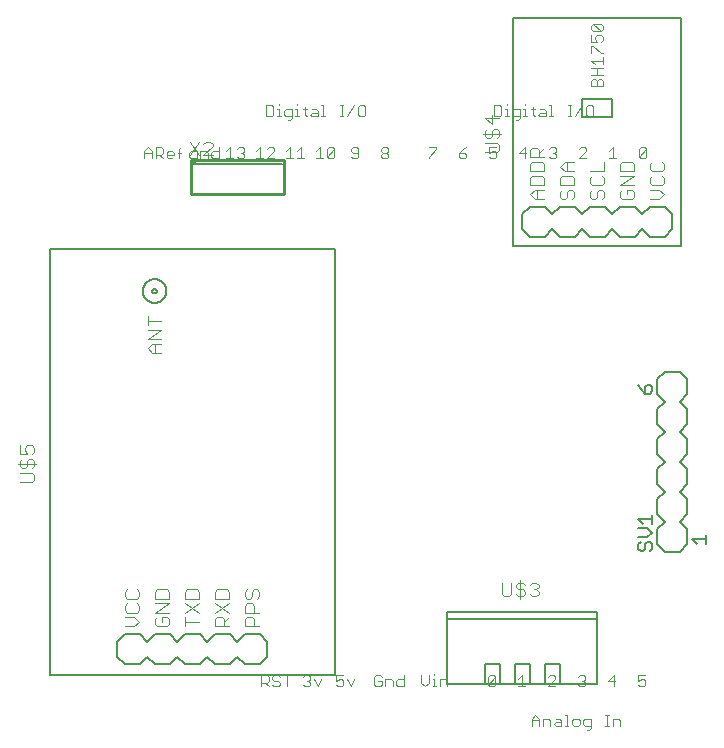
<source format=gbr>
G04 EAGLE Gerber X2 export*
%TF.Part,Single*%
%TF.FileFunction,Legend,Top,1*%
%TF.FilePolarity,Positive*%
%TF.GenerationSoftware,Autodesk,EAGLE,9.0.1*%
%TF.CreationDate,2019-03-28T19:52:48Z*%
G75*
%MOMM*%
%FSLAX34Y34*%
%LPD*%
%AMOC8*
5,1,8,0,0,1.08239X$1,22.5*%
G01*
%ADD10C,0.076200*%
%ADD11C,0.127000*%
%ADD12C,0.101600*%
%ADD13C,0.152400*%
%ADD14C,0.254000*%


D10*
X312700Y305181D02*
X312700Y314587D01*
X317403Y314587D01*
X318971Y313019D01*
X318971Y309884D01*
X317403Y308316D01*
X312700Y308316D01*
X315835Y308316D02*
X318971Y305181D01*
X328326Y313019D02*
X326758Y314587D01*
X323623Y314587D01*
X322055Y313019D01*
X322055Y311452D01*
X323623Y309884D01*
X326758Y309884D01*
X328326Y308316D01*
X328326Y306749D01*
X326758Y305181D01*
X323623Y305181D01*
X322055Y306749D01*
X334546Y305181D02*
X334546Y314587D01*
X337681Y314587D02*
X331410Y314587D01*
X347904Y313019D02*
X349472Y314587D01*
X352607Y314587D01*
X354175Y313019D01*
X354175Y311452D01*
X352607Y309884D01*
X351039Y309884D01*
X352607Y309884D02*
X354175Y308316D01*
X354175Y306749D01*
X352607Y305181D01*
X349472Y305181D01*
X347904Y306749D01*
X357259Y311452D02*
X360395Y305181D01*
X363530Y311452D01*
X375844Y314587D02*
X382115Y314587D01*
X375844Y314587D02*
X375844Y309884D01*
X378979Y311452D01*
X380547Y311452D01*
X382115Y309884D01*
X382115Y306749D01*
X380547Y305181D01*
X377412Y305181D01*
X375844Y306749D01*
X385199Y311452D02*
X388335Y305181D01*
X391470Y311452D01*
X412855Y314587D02*
X414423Y313019D01*
X412855Y314587D02*
X409720Y314587D01*
X408152Y313019D01*
X408152Y306749D01*
X409720Y305181D01*
X412855Y305181D01*
X414423Y306749D01*
X414423Y309884D01*
X411287Y309884D01*
X417507Y311452D02*
X417507Y305181D01*
X417507Y311452D02*
X422210Y311452D01*
X423778Y309884D01*
X423778Y305181D01*
X433133Y305181D02*
X433133Y314587D01*
X433133Y305181D02*
X428430Y305181D01*
X426862Y306749D01*
X426862Y309884D01*
X428430Y311452D01*
X433133Y311452D01*
X448234Y314587D02*
X448234Y308316D01*
X451369Y305181D01*
X454505Y308316D01*
X454505Y314587D01*
X457589Y311452D02*
X459157Y311452D01*
X459157Y305181D01*
X457589Y305181D02*
X460725Y305181D01*
X459157Y314587D02*
X459157Y316155D01*
X463826Y311452D02*
X463826Y305181D01*
X463826Y311452D02*
X468529Y311452D01*
X470097Y309884D01*
X470097Y305181D01*
X541502Y277975D02*
X541502Y271704D01*
X541502Y277975D02*
X544637Y281110D01*
X547773Y277975D01*
X547773Y271704D01*
X547773Y276407D02*
X541502Y276407D01*
X550857Y277975D02*
X550857Y271704D01*
X550857Y277975D02*
X555560Y277975D01*
X557128Y276407D01*
X557128Y271704D01*
X561780Y277975D02*
X564915Y277975D01*
X566483Y276407D01*
X566483Y271704D01*
X561780Y271704D01*
X560212Y273272D01*
X561780Y274839D01*
X566483Y274839D01*
X569568Y281110D02*
X571135Y281110D01*
X571135Y271704D01*
X569568Y271704D02*
X572703Y271704D01*
X577372Y271704D02*
X580507Y271704D01*
X582075Y273272D01*
X582075Y276407D01*
X580507Y277975D01*
X577372Y277975D01*
X575804Y276407D01*
X575804Y273272D01*
X577372Y271704D01*
X588295Y268569D02*
X589863Y268569D01*
X591430Y270136D01*
X591430Y277975D01*
X586727Y277975D01*
X585160Y276407D01*
X585160Y273272D01*
X586727Y271704D01*
X591430Y271704D01*
X603870Y271704D02*
X607005Y271704D01*
X605438Y271704D02*
X605438Y281110D01*
X607005Y281110D02*
X603870Y281110D01*
X610107Y277975D02*
X610107Y271704D01*
X610107Y277975D02*
X614810Y277975D01*
X616377Y276407D01*
X616377Y271704D01*
X504571Y306749D02*
X504571Y313019D01*
X506139Y314587D01*
X509274Y314587D01*
X510842Y313019D01*
X510842Y306749D01*
X509274Y305181D01*
X506139Y305181D01*
X504571Y306749D01*
X510842Y313019D01*
X529971Y311452D02*
X533106Y314587D01*
X533106Y305181D01*
X529971Y305181D02*
X536242Y305181D01*
X555371Y305181D02*
X561642Y305181D01*
X555371Y305181D02*
X561642Y311452D01*
X561642Y313019D01*
X560074Y314587D01*
X556939Y314587D01*
X555371Y313019D01*
X580771Y313019D02*
X582339Y314587D01*
X585474Y314587D01*
X587042Y313019D01*
X587042Y311452D01*
X585474Y309884D01*
X583906Y309884D01*
X585474Y309884D02*
X587042Y308316D01*
X587042Y306749D01*
X585474Y305181D01*
X582339Y305181D01*
X580771Y306749D01*
X610874Y305181D02*
X610874Y314587D01*
X606171Y309884D01*
X612442Y309884D01*
X631571Y314587D02*
X637842Y314587D01*
X631571Y314587D02*
X631571Y309884D01*
X634706Y311452D01*
X636274Y311452D01*
X637842Y309884D01*
X637842Y306749D01*
X636274Y305181D01*
X633139Y305181D01*
X631571Y306749D01*
X213729Y752221D02*
X213729Y758492D01*
X216864Y761627D01*
X219999Y758492D01*
X219999Y752221D01*
X219999Y756924D02*
X213729Y756924D01*
X223084Y752221D02*
X223084Y761627D01*
X227787Y761627D01*
X229355Y760059D01*
X229355Y756924D01*
X227787Y755356D01*
X223084Y755356D01*
X226219Y755356D02*
X229355Y752221D01*
X234007Y752221D02*
X237142Y752221D01*
X234007Y752221D02*
X232439Y753789D01*
X232439Y756924D01*
X234007Y758492D01*
X237142Y758492D01*
X238710Y756924D01*
X238710Y755356D01*
X232439Y755356D01*
X243362Y752221D02*
X243362Y760059D01*
X244930Y761627D01*
X244930Y756924D02*
X241794Y756924D01*
X254851Y749086D02*
X256418Y749086D01*
X257986Y750653D01*
X257986Y758492D01*
X253283Y758492D01*
X251715Y756924D01*
X251715Y753789D01*
X253283Y752221D01*
X257986Y752221D01*
X261071Y752221D02*
X261071Y758492D01*
X265774Y758492D01*
X267341Y756924D01*
X267341Y752221D01*
X276697Y752221D02*
X276697Y761627D01*
X276697Y752221D02*
X271993Y752221D01*
X270426Y753789D01*
X270426Y756924D01*
X271993Y758492D01*
X276697Y758492D01*
X282661Y758492D02*
X285796Y761627D01*
X285796Y752221D01*
X282661Y752221D02*
X288931Y752221D01*
X292016Y760059D02*
X293583Y761627D01*
X296719Y761627D01*
X298287Y760059D01*
X298287Y758492D01*
X296719Y756924D01*
X295151Y756924D01*
X296719Y756924D02*
X298287Y755356D01*
X298287Y753789D01*
X296719Y752221D01*
X293583Y752221D01*
X292016Y753789D01*
X308061Y758492D02*
X311196Y761627D01*
X311196Y752221D01*
X308061Y752221D02*
X314331Y752221D01*
X317416Y752221D02*
X323687Y752221D01*
X317416Y752221D02*
X323687Y758492D01*
X323687Y760059D01*
X322119Y761627D01*
X318983Y761627D01*
X317416Y760059D01*
X333461Y758492D02*
X336596Y761627D01*
X336596Y752221D01*
X333461Y752221D02*
X339731Y752221D01*
X342816Y758492D02*
X345951Y761627D01*
X345951Y752221D01*
X342816Y752221D02*
X349087Y752221D01*
X358861Y758492D02*
X361996Y761627D01*
X361996Y752221D01*
X358861Y752221D02*
X365131Y752221D01*
X368216Y753789D02*
X368216Y760059D01*
X369783Y761627D01*
X372919Y761627D01*
X374487Y760059D01*
X374487Y753789D01*
X372919Y752221D01*
X369783Y752221D01*
X368216Y753789D01*
X374487Y760059D01*
X388536Y753789D02*
X390103Y752221D01*
X393239Y752221D01*
X394807Y753789D01*
X394807Y760059D01*
X393239Y761627D01*
X390103Y761627D01*
X388536Y760059D01*
X388536Y758492D01*
X390103Y756924D01*
X394807Y756924D01*
X413936Y760059D02*
X415503Y761627D01*
X418639Y761627D01*
X420207Y760059D01*
X420207Y758492D01*
X418639Y756924D01*
X420207Y755356D01*
X420207Y753789D01*
X418639Y752221D01*
X415503Y752221D01*
X413936Y753789D01*
X413936Y755356D01*
X415503Y756924D01*
X413936Y758492D01*
X413936Y760059D01*
X415503Y756924D02*
X418639Y756924D01*
X454576Y761627D02*
X460847Y761627D01*
X460847Y760059D01*
X454576Y753789D01*
X454576Y752221D01*
X483111Y760059D02*
X486247Y761627D01*
X483111Y760059D02*
X479976Y756924D01*
X479976Y753789D01*
X481543Y752221D01*
X484679Y752221D01*
X486247Y753789D01*
X486247Y755356D01*
X484679Y756924D01*
X479976Y756924D01*
X505376Y761627D02*
X511647Y761627D01*
X505376Y761627D02*
X505376Y756924D01*
X508511Y758492D01*
X510079Y758492D01*
X511647Y756924D01*
X511647Y753789D01*
X510079Y752221D01*
X506943Y752221D01*
X505376Y753789D01*
X535479Y752221D02*
X535479Y761627D01*
X530776Y756924D01*
X537047Y756924D01*
X556176Y760059D02*
X557743Y761627D01*
X560879Y761627D01*
X562447Y760059D01*
X562447Y758492D01*
X560879Y756924D01*
X559311Y756924D01*
X560879Y756924D02*
X562447Y755356D01*
X562447Y753789D01*
X560879Y752221D01*
X557743Y752221D01*
X556176Y753789D01*
X581576Y752221D02*
X587847Y752221D01*
X581576Y752221D02*
X587847Y758492D01*
X587847Y760059D01*
X586279Y761627D01*
X583143Y761627D01*
X581576Y760059D01*
X606976Y758492D02*
X610111Y761627D01*
X610111Y752221D01*
X606976Y752221D02*
X613247Y752221D01*
X632376Y753789D02*
X632376Y760059D01*
X633943Y761627D01*
X637079Y761627D01*
X638647Y760059D01*
X638647Y753789D01*
X637079Y752221D01*
X633943Y752221D01*
X632376Y753789D01*
X638647Y760059D01*
X316611Y787781D02*
X316611Y797187D01*
X316611Y787781D02*
X321314Y787781D01*
X322882Y789349D01*
X322882Y795619D01*
X321314Y797187D01*
X316611Y797187D01*
X325966Y794052D02*
X327534Y794052D01*
X327534Y787781D01*
X325966Y787781D02*
X329102Y787781D01*
X327534Y797187D02*
X327534Y798755D01*
X335338Y784646D02*
X336906Y784646D01*
X338474Y786213D01*
X338474Y794052D01*
X333771Y794052D01*
X332203Y792484D01*
X332203Y789349D01*
X333771Y787781D01*
X338474Y787781D01*
X341558Y794052D02*
X343126Y794052D01*
X343126Y787781D01*
X341558Y787781D02*
X344694Y787781D01*
X343126Y797187D02*
X343126Y798755D01*
X349363Y795619D02*
X349363Y789349D01*
X350930Y787781D01*
X350930Y794052D02*
X347795Y794052D01*
X355599Y794052D02*
X358735Y794052D01*
X360302Y792484D01*
X360302Y787781D01*
X355599Y787781D01*
X354032Y789349D01*
X355599Y790916D01*
X360302Y790916D01*
X363387Y797187D02*
X364955Y797187D01*
X364955Y787781D01*
X366522Y787781D02*
X363387Y787781D01*
X378979Y787781D02*
X382114Y787781D01*
X380547Y787781D02*
X380547Y797187D01*
X382114Y797187D02*
X378979Y797187D01*
X385216Y787781D02*
X391486Y797187D01*
X396139Y797187D02*
X399274Y797187D01*
X396139Y797187D02*
X394571Y795619D01*
X394571Y789349D01*
X396139Y787781D01*
X399274Y787781D01*
X400842Y789349D01*
X400842Y795619D01*
X399274Y797187D01*
X509651Y797187D02*
X509651Y787781D01*
X514354Y787781D01*
X515922Y789349D01*
X515922Y795619D01*
X514354Y797187D01*
X509651Y797187D01*
X519006Y794052D02*
X520574Y794052D01*
X520574Y787781D01*
X519006Y787781D02*
X522142Y787781D01*
X520574Y797187D02*
X520574Y798755D01*
X528378Y784646D02*
X529946Y784646D01*
X531514Y786213D01*
X531514Y794052D01*
X526811Y794052D01*
X525243Y792484D01*
X525243Y789349D01*
X526811Y787781D01*
X531514Y787781D01*
X534598Y794052D02*
X536166Y794052D01*
X536166Y787781D01*
X534598Y787781D02*
X537734Y787781D01*
X536166Y797187D02*
X536166Y798755D01*
X542403Y795619D02*
X542403Y789349D01*
X543970Y787781D01*
X543970Y794052D02*
X540835Y794052D01*
X548639Y794052D02*
X551775Y794052D01*
X553342Y792484D01*
X553342Y787781D01*
X548639Y787781D01*
X547072Y789349D01*
X548639Y790916D01*
X553342Y790916D01*
X556427Y797187D02*
X557995Y797187D01*
X557995Y787781D01*
X559562Y787781D02*
X556427Y787781D01*
X572019Y787781D02*
X575154Y787781D01*
X573587Y787781D02*
X573587Y797187D01*
X575154Y797187D02*
X572019Y797187D01*
X578256Y787781D02*
X584526Y797187D01*
X589179Y797187D02*
X592314Y797187D01*
X589179Y797187D02*
X587611Y795619D01*
X587611Y789349D01*
X589179Y787781D01*
X592314Y787781D01*
X593882Y789349D01*
X593882Y795619D01*
X592314Y797187D01*
D11*
X596900Y368300D02*
X469900Y368300D01*
X596900Y368300D02*
X596900Y361950D01*
X596900Y307340D01*
X565150Y307340D01*
X552450Y307340D01*
X539750Y307340D01*
X527050Y307340D01*
X514350Y307340D01*
X501650Y307340D01*
X469900Y307340D01*
X469900Y361950D01*
D12*
X516367Y383457D02*
X516367Y393202D01*
X516367Y383457D02*
X518316Y381508D01*
X522214Y381508D01*
X524163Y383457D01*
X524163Y393202D01*
X528061Y383457D02*
X530010Y381508D01*
X533908Y381508D01*
X535857Y383457D01*
X535857Y385406D01*
X533908Y387355D01*
X530010Y387355D01*
X528061Y389304D01*
X528061Y391253D01*
X530010Y393202D01*
X533908Y393202D01*
X535857Y391253D01*
X531959Y395151D02*
X531959Y379559D01*
X539755Y391253D02*
X541704Y393202D01*
X545602Y393202D01*
X547551Y391253D01*
X547551Y389304D01*
X545602Y387355D01*
X543653Y387355D01*
X545602Y387355D02*
X547551Y385406D01*
X547551Y383457D01*
X545602Y381508D01*
X541704Y381508D01*
X539755Y383457D01*
D11*
X469900Y368300D02*
X469900Y361950D01*
X527050Y323850D02*
X527050Y307340D01*
X527050Y323850D02*
X539750Y323850D01*
X539750Y307340D01*
X501650Y307340D02*
X501650Y323850D01*
X514350Y323850D01*
X514350Y307340D01*
X552450Y307340D02*
X552450Y323850D01*
X565150Y323850D01*
X565150Y307340D01*
X596900Y361950D02*
X469900Y361950D01*
X533400Y692150D02*
X533400Y704850D01*
D12*
X511893Y757667D02*
X502148Y757667D01*
X511893Y757667D02*
X513842Y759616D01*
X513842Y763514D01*
X511893Y765463D01*
X502148Y765463D01*
X511893Y769361D02*
X513842Y771310D01*
X513842Y775208D01*
X511893Y777157D01*
X509944Y777157D01*
X507995Y775208D01*
X507995Y771310D01*
X506046Y769361D01*
X504097Y769361D01*
X502148Y771310D01*
X502148Y775208D01*
X504097Y777157D01*
X500199Y773259D02*
X515791Y773259D01*
X513842Y786902D02*
X502148Y786902D01*
X507995Y781055D01*
X507995Y788851D01*
D11*
X539750Y711200D02*
X533400Y704850D01*
X539750Y711200D02*
X552450Y711200D01*
X558800Y704850D01*
X565150Y711200D01*
X577850Y711200D01*
X584200Y704850D01*
X590550Y711200D01*
X603250Y711200D01*
X609600Y704850D01*
X615950Y711200D01*
X628650Y711200D01*
X635000Y704850D01*
X539750Y685800D02*
X533400Y692150D01*
X552450Y685800D02*
X558800Y692150D01*
X565150Y685800D01*
X577850Y685800D02*
X584200Y692150D01*
X590550Y685800D01*
X603250Y685800D02*
X609600Y692150D01*
X615950Y685800D01*
X628650Y685800D02*
X635000Y692150D01*
D12*
X592997Y725854D02*
X591048Y723905D01*
X591048Y720007D01*
X592997Y718058D01*
X594946Y718058D01*
X596895Y720007D01*
X596895Y723905D01*
X598844Y725854D01*
X600793Y725854D01*
X602742Y723905D01*
X602742Y720007D01*
X600793Y718058D01*
X591048Y735599D02*
X592997Y737548D01*
X591048Y735599D02*
X591048Y731701D01*
X592997Y729752D01*
X600793Y729752D01*
X602742Y731701D01*
X602742Y735599D01*
X600793Y737548D01*
X602742Y741446D02*
X591048Y741446D01*
X602742Y741446D02*
X602742Y749242D01*
D11*
X525780Y678180D02*
X525780Y871220D01*
X668020Y871220D01*
X668020Y678180D01*
X525780Y678180D01*
X539750Y685800D02*
X552450Y685800D01*
X565150Y685800D02*
X577850Y685800D01*
X590550Y685800D02*
X603250Y685800D01*
X615950Y685800D02*
X628650Y685800D01*
D12*
X567597Y725854D02*
X565648Y723905D01*
X565648Y720007D01*
X567597Y718058D01*
X569546Y718058D01*
X571495Y720007D01*
X571495Y723905D01*
X573444Y725854D01*
X575393Y725854D01*
X577342Y723905D01*
X577342Y720007D01*
X575393Y718058D01*
X577342Y729752D02*
X565648Y729752D01*
X577342Y729752D02*
X577342Y735599D01*
X575393Y737548D01*
X567597Y737548D01*
X565648Y735599D01*
X565648Y729752D01*
X569546Y741446D02*
X577342Y741446D01*
X569546Y741446D02*
X565648Y745344D01*
X569546Y749242D01*
X577342Y749242D01*
X571495Y749242D02*
X571495Y741446D01*
X551942Y718058D02*
X544146Y718058D01*
X540248Y721956D01*
X544146Y725854D01*
X551942Y725854D01*
X546095Y725854D02*
X546095Y718058D01*
X540248Y729752D02*
X551942Y729752D01*
X551942Y735599D01*
X549993Y737548D01*
X542197Y737548D01*
X540248Y735599D01*
X540248Y729752D01*
X540248Y741446D02*
X551942Y741446D01*
X551942Y747293D01*
X549993Y749242D01*
X542197Y749242D01*
X540248Y747293D01*
X540248Y741446D01*
X540248Y753140D02*
X551942Y753140D01*
X540248Y753140D02*
X540248Y758987D01*
X542197Y760936D01*
X546095Y760936D01*
X548044Y758987D01*
X548044Y753140D01*
X548044Y757038D02*
X551942Y760936D01*
X616448Y723905D02*
X618397Y725854D01*
X616448Y723905D02*
X616448Y720007D01*
X618397Y718058D01*
X626193Y718058D01*
X628142Y720007D01*
X628142Y723905D01*
X626193Y725854D01*
X622295Y725854D01*
X622295Y721956D01*
X628142Y729752D02*
X616448Y729752D01*
X628142Y737548D01*
X616448Y737548D01*
X616448Y741446D02*
X628142Y741446D01*
X628142Y747293D01*
X626193Y749242D01*
X618397Y749242D01*
X616448Y747293D01*
X616448Y741446D01*
D11*
X584200Y787400D02*
X584200Y802640D01*
X609600Y802640D01*
X609600Y787400D01*
X584200Y787400D01*
X635000Y692150D02*
X641350Y685800D01*
X654050Y685800D01*
X660400Y692150D01*
X660400Y704850D01*
X654050Y711200D01*
X641350Y711200D01*
X635000Y704850D01*
D12*
X641848Y718058D02*
X649644Y718058D01*
X653542Y721956D01*
X649644Y725854D01*
X641848Y725854D01*
X641848Y735599D02*
X643797Y737548D01*
X641848Y735599D02*
X641848Y731701D01*
X643797Y729752D01*
X651593Y729752D01*
X653542Y731701D01*
X653542Y735599D01*
X651593Y737548D01*
X641848Y747293D02*
X643797Y749242D01*
X641848Y747293D02*
X641848Y743395D01*
X643797Y741446D01*
X651593Y741446D01*
X653542Y743395D01*
X653542Y747293D01*
X651593Y749242D01*
D10*
X601599Y813181D02*
X592193Y813181D01*
X592193Y817884D01*
X593761Y819452D01*
X595328Y819452D01*
X596896Y817884D01*
X598464Y819452D01*
X600031Y819452D01*
X601599Y817884D01*
X601599Y813181D01*
X596896Y813181D02*
X596896Y817884D01*
X601599Y822536D02*
X592193Y822536D01*
X596896Y822536D02*
X596896Y828807D01*
X592193Y828807D02*
X601599Y828807D01*
X595328Y831891D02*
X592193Y835027D01*
X601599Y835027D01*
X601599Y838162D02*
X601599Y831891D01*
X592193Y841247D02*
X592193Y847517D01*
X593761Y847517D01*
X600031Y841247D01*
X601599Y841247D01*
X592193Y850602D02*
X592193Y856872D01*
X592193Y850602D02*
X596896Y850602D01*
X595328Y853737D01*
X595328Y855305D01*
X596896Y856872D01*
X600031Y856872D01*
X601599Y855305D01*
X601599Y852169D01*
X600031Y850602D01*
X600031Y859957D02*
X593761Y859957D01*
X592193Y861525D01*
X592193Y864660D01*
X593761Y866228D01*
X600031Y866228D01*
X601599Y864660D01*
X601599Y861525D01*
X600031Y859957D01*
X593761Y866228D01*
D11*
X133350Y675640D02*
X133350Y314960D01*
X374650Y314960D02*
X374650Y675640D01*
X311150Y323850D02*
X298450Y323850D01*
X285750Y323850D02*
X273050Y323850D01*
X260350Y323850D02*
X247650Y323850D01*
X234950Y323850D02*
X222250Y323850D01*
X209550Y323850D02*
X196850Y323850D01*
X190500Y330200D01*
X190500Y342900D01*
X196850Y349250D01*
X209550Y349250D01*
X215900Y342900D01*
X222250Y349250D01*
X234950Y349250D01*
X241300Y342900D01*
X247650Y349250D01*
X260350Y349250D01*
X266700Y342900D01*
X273050Y349250D01*
X285750Y349250D01*
X292100Y342900D01*
X298450Y349250D01*
X311150Y349250D01*
X317500Y342900D01*
X317500Y330200D02*
X311150Y323850D01*
X298450Y323850D02*
X292100Y330200D01*
X285750Y323850D01*
X273050Y323850D02*
X266700Y330200D01*
X260350Y323850D01*
X247650Y323850D02*
X241300Y330200D01*
X234950Y323850D01*
X222250Y323850D02*
X215900Y330200D01*
X209550Y323850D01*
D12*
X118193Y478267D02*
X108448Y478267D01*
X118193Y478267D02*
X120142Y480216D01*
X120142Y484114D01*
X118193Y486063D01*
X108448Y486063D01*
X118193Y489961D02*
X120142Y491910D01*
X120142Y495808D01*
X118193Y497757D01*
X116244Y497757D01*
X114295Y495808D01*
X114295Y491910D01*
X112346Y489961D01*
X110397Y489961D01*
X108448Y491910D01*
X108448Y495808D01*
X110397Y497757D01*
X106499Y493859D02*
X122091Y493859D01*
X108448Y501655D02*
X108448Y509451D01*
X108448Y501655D02*
X114295Y501655D01*
X112346Y505553D01*
X112346Y507502D01*
X114295Y509451D01*
X118193Y509451D01*
X120142Y507502D01*
X120142Y503604D01*
X118193Y501655D01*
X197348Y356108D02*
X205144Y356108D01*
X209042Y360006D01*
X205144Y363904D01*
X197348Y363904D01*
X197348Y373649D02*
X199297Y375598D01*
X197348Y373649D02*
X197348Y369751D01*
X199297Y367802D01*
X207093Y367802D01*
X209042Y369751D01*
X209042Y373649D01*
X207093Y375598D01*
X197348Y385343D02*
X199297Y387292D01*
X197348Y385343D02*
X197348Y381445D01*
X199297Y379496D01*
X207093Y379496D01*
X209042Y381445D01*
X209042Y385343D01*
X207093Y387292D01*
X224697Y363904D02*
X222748Y361955D01*
X222748Y358057D01*
X224697Y356108D01*
X232493Y356108D01*
X234442Y358057D01*
X234442Y361955D01*
X232493Y363904D01*
X228595Y363904D01*
X228595Y360006D01*
X234442Y367802D02*
X222748Y367802D01*
X234442Y375598D01*
X222748Y375598D01*
X222748Y379496D02*
X234442Y379496D01*
X234442Y385343D01*
X232493Y387292D01*
X224697Y387292D01*
X222748Y385343D01*
X222748Y379496D01*
X248148Y360006D02*
X259842Y360006D01*
X248148Y356108D02*
X248148Y363904D01*
X248148Y367802D02*
X259842Y375598D01*
X259842Y367802D02*
X248148Y375598D01*
X248148Y379496D02*
X259842Y379496D01*
X259842Y385343D01*
X257893Y387292D01*
X250097Y387292D01*
X248148Y385343D01*
X248148Y379496D01*
X273548Y356108D02*
X285242Y356108D01*
X273548Y356108D02*
X273548Y361955D01*
X275497Y363904D01*
X279395Y363904D01*
X281344Y361955D01*
X281344Y356108D01*
X281344Y360006D02*
X285242Y363904D01*
X285242Y375598D02*
X273548Y367802D01*
X273548Y375598D02*
X285242Y367802D01*
X285242Y379496D02*
X273548Y379496D01*
X285242Y379496D02*
X285242Y385343D01*
X283293Y387292D01*
X275497Y387292D01*
X273548Y385343D01*
X273548Y379496D01*
X298948Y356108D02*
X310642Y356108D01*
X298948Y356108D02*
X298948Y361955D01*
X300897Y363904D01*
X304795Y363904D01*
X306744Y361955D01*
X306744Y356108D01*
X310642Y367802D02*
X298948Y367802D01*
X298948Y373649D01*
X300897Y375598D01*
X304795Y375598D01*
X306744Y373649D01*
X306744Y367802D01*
X298948Y385343D02*
X300897Y387292D01*
X298948Y385343D02*
X298948Y381445D01*
X300897Y379496D01*
X302846Y379496D01*
X304795Y381445D01*
X304795Y385343D01*
X306744Y387292D01*
X308693Y387292D01*
X310642Y385343D01*
X310642Y381445D01*
X308693Y379496D01*
D11*
X317500Y342900D02*
X317500Y330200D01*
X374650Y314960D02*
X133350Y314960D01*
X133350Y675640D02*
X374650Y675640D01*
X212250Y640080D02*
X212253Y640325D01*
X212262Y640571D01*
X212277Y640816D01*
X212298Y641060D01*
X212325Y641304D01*
X212358Y641547D01*
X212397Y641790D01*
X212442Y642031D01*
X212493Y642271D01*
X212550Y642510D01*
X212612Y642747D01*
X212681Y642983D01*
X212755Y643217D01*
X212835Y643449D01*
X212920Y643679D01*
X213011Y643907D01*
X213108Y644132D01*
X213210Y644356D01*
X213318Y644576D01*
X213431Y644794D01*
X213549Y645009D01*
X213673Y645221D01*
X213801Y645430D01*
X213935Y645636D01*
X214074Y645838D01*
X214218Y646037D01*
X214367Y646232D01*
X214520Y646424D01*
X214678Y646612D01*
X214840Y646796D01*
X215008Y646975D01*
X215179Y647151D01*
X215355Y647322D01*
X215534Y647490D01*
X215718Y647652D01*
X215906Y647810D01*
X216098Y647963D01*
X216293Y648112D01*
X216492Y648256D01*
X216694Y648395D01*
X216900Y648529D01*
X217109Y648657D01*
X217321Y648781D01*
X217536Y648899D01*
X217754Y649012D01*
X217974Y649120D01*
X218198Y649222D01*
X218423Y649319D01*
X218651Y649410D01*
X218881Y649495D01*
X219113Y649575D01*
X219347Y649649D01*
X219583Y649718D01*
X219820Y649780D01*
X220059Y649837D01*
X220299Y649888D01*
X220540Y649933D01*
X220783Y649972D01*
X221026Y650005D01*
X221270Y650032D01*
X221514Y650053D01*
X221759Y650068D01*
X222005Y650077D01*
X222250Y650080D01*
X222495Y650077D01*
X222741Y650068D01*
X222986Y650053D01*
X223230Y650032D01*
X223474Y650005D01*
X223717Y649972D01*
X223960Y649933D01*
X224201Y649888D01*
X224441Y649837D01*
X224680Y649780D01*
X224917Y649718D01*
X225153Y649649D01*
X225387Y649575D01*
X225619Y649495D01*
X225849Y649410D01*
X226077Y649319D01*
X226302Y649222D01*
X226526Y649120D01*
X226746Y649012D01*
X226964Y648899D01*
X227179Y648781D01*
X227391Y648657D01*
X227600Y648529D01*
X227806Y648395D01*
X228008Y648256D01*
X228207Y648112D01*
X228402Y647963D01*
X228594Y647810D01*
X228782Y647652D01*
X228966Y647490D01*
X229145Y647322D01*
X229321Y647151D01*
X229492Y646975D01*
X229660Y646796D01*
X229822Y646612D01*
X229980Y646424D01*
X230133Y646232D01*
X230282Y646037D01*
X230426Y645838D01*
X230565Y645636D01*
X230699Y645430D01*
X230827Y645221D01*
X230951Y645009D01*
X231069Y644794D01*
X231182Y644576D01*
X231290Y644356D01*
X231392Y644132D01*
X231489Y643907D01*
X231580Y643679D01*
X231665Y643449D01*
X231745Y643217D01*
X231819Y642983D01*
X231888Y642747D01*
X231950Y642510D01*
X232007Y642271D01*
X232058Y642031D01*
X232103Y641790D01*
X232142Y641547D01*
X232175Y641304D01*
X232202Y641060D01*
X232223Y640816D01*
X232238Y640571D01*
X232247Y640325D01*
X232250Y640080D01*
X232247Y639835D01*
X232238Y639589D01*
X232223Y639344D01*
X232202Y639100D01*
X232175Y638856D01*
X232142Y638613D01*
X232103Y638370D01*
X232058Y638129D01*
X232007Y637889D01*
X231950Y637650D01*
X231888Y637413D01*
X231819Y637177D01*
X231745Y636943D01*
X231665Y636711D01*
X231580Y636481D01*
X231489Y636253D01*
X231392Y636028D01*
X231290Y635804D01*
X231182Y635584D01*
X231069Y635366D01*
X230951Y635151D01*
X230827Y634939D01*
X230699Y634730D01*
X230565Y634524D01*
X230426Y634322D01*
X230282Y634123D01*
X230133Y633928D01*
X229980Y633736D01*
X229822Y633548D01*
X229660Y633364D01*
X229492Y633185D01*
X229321Y633009D01*
X229145Y632838D01*
X228966Y632670D01*
X228782Y632508D01*
X228594Y632350D01*
X228402Y632197D01*
X228207Y632048D01*
X228008Y631904D01*
X227806Y631765D01*
X227600Y631631D01*
X227391Y631503D01*
X227179Y631379D01*
X226964Y631261D01*
X226746Y631148D01*
X226526Y631040D01*
X226302Y630938D01*
X226077Y630841D01*
X225849Y630750D01*
X225619Y630665D01*
X225387Y630585D01*
X225153Y630511D01*
X224917Y630442D01*
X224680Y630380D01*
X224441Y630323D01*
X224201Y630272D01*
X223960Y630227D01*
X223717Y630188D01*
X223474Y630155D01*
X223230Y630128D01*
X222986Y630107D01*
X222741Y630092D01*
X222495Y630083D01*
X222250Y630080D01*
X222005Y630083D01*
X221759Y630092D01*
X221514Y630107D01*
X221270Y630128D01*
X221026Y630155D01*
X220783Y630188D01*
X220540Y630227D01*
X220299Y630272D01*
X220059Y630323D01*
X219820Y630380D01*
X219583Y630442D01*
X219347Y630511D01*
X219113Y630585D01*
X218881Y630665D01*
X218651Y630750D01*
X218423Y630841D01*
X218198Y630938D01*
X217974Y631040D01*
X217754Y631148D01*
X217536Y631261D01*
X217321Y631379D01*
X217109Y631503D01*
X216900Y631631D01*
X216694Y631765D01*
X216492Y631904D01*
X216293Y632048D01*
X216098Y632197D01*
X215906Y632350D01*
X215718Y632508D01*
X215534Y632670D01*
X215355Y632838D01*
X215179Y633009D01*
X215008Y633185D01*
X214840Y633364D01*
X214678Y633548D01*
X214520Y633736D01*
X214367Y633928D01*
X214218Y634123D01*
X214074Y634322D01*
X213935Y634524D01*
X213801Y634730D01*
X213673Y634939D01*
X213549Y635151D01*
X213431Y635366D01*
X213318Y635584D01*
X213210Y635804D01*
X213108Y636028D01*
X213011Y636253D01*
X212920Y636481D01*
X212835Y636711D01*
X212755Y636943D01*
X212681Y637177D01*
X212612Y637413D01*
X212550Y637650D01*
X212493Y637889D01*
X212442Y638129D01*
X212397Y638370D01*
X212358Y638613D01*
X212325Y638856D01*
X212298Y639100D01*
X212277Y639344D01*
X212262Y639589D01*
X212253Y639835D01*
X212250Y640080D01*
X220250Y640080D02*
X220252Y640169D01*
X220258Y640258D01*
X220268Y640347D01*
X220282Y640435D01*
X220299Y640522D01*
X220321Y640608D01*
X220347Y640694D01*
X220376Y640778D01*
X220409Y640861D01*
X220445Y640942D01*
X220486Y641022D01*
X220529Y641099D01*
X220576Y641175D01*
X220627Y641248D01*
X220680Y641319D01*
X220737Y641388D01*
X220797Y641454D01*
X220860Y641518D01*
X220925Y641578D01*
X220993Y641636D01*
X221064Y641690D01*
X221137Y641741D01*
X221212Y641789D01*
X221289Y641834D01*
X221368Y641875D01*
X221449Y641912D01*
X221531Y641946D01*
X221615Y641977D01*
X221700Y642003D01*
X221786Y642026D01*
X221873Y642044D01*
X221961Y642059D01*
X222050Y642070D01*
X222139Y642077D01*
X222228Y642080D01*
X222317Y642079D01*
X222406Y642074D01*
X222494Y642065D01*
X222583Y642052D01*
X222670Y642035D01*
X222757Y642015D01*
X222843Y641990D01*
X222927Y641962D01*
X223010Y641930D01*
X223092Y641894D01*
X223172Y641855D01*
X223250Y641812D01*
X223326Y641766D01*
X223400Y641716D01*
X223472Y641663D01*
X223541Y641607D01*
X223608Y641548D01*
X223672Y641486D01*
X223733Y641422D01*
X223792Y641354D01*
X223847Y641284D01*
X223899Y641212D01*
X223948Y641137D01*
X223993Y641061D01*
X224035Y640982D01*
X224073Y640902D01*
X224108Y640820D01*
X224139Y640736D01*
X224167Y640651D01*
X224190Y640565D01*
X224210Y640478D01*
X224226Y640391D01*
X224238Y640302D01*
X224246Y640214D01*
X224250Y640125D01*
X224250Y640035D01*
X224246Y639946D01*
X224238Y639858D01*
X224226Y639769D01*
X224210Y639682D01*
X224190Y639595D01*
X224167Y639509D01*
X224139Y639424D01*
X224108Y639340D01*
X224073Y639258D01*
X224035Y639178D01*
X223993Y639099D01*
X223948Y639023D01*
X223899Y638948D01*
X223847Y638876D01*
X223792Y638806D01*
X223733Y638738D01*
X223672Y638674D01*
X223608Y638612D01*
X223541Y638553D01*
X223472Y638497D01*
X223400Y638444D01*
X223326Y638394D01*
X223250Y638348D01*
X223172Y638305D01*
X223092Y638266D01*
X223010Y638230D01*
X222927Y638198D01*
X222843Y638170D01*
X222757Y638145D01*
X222670Y638125D01*
X222583Y638108D01*
X222494Y638095D01*
X222406Y638086D01*
X222317Y638081D01*
X222228Y638080D01*
X222139Y638083D01*
X222050Y638090D01*
X221961Y638101D01*
X221873Y638116D01*
X221786Y638134D01*
X221700Y638157D01*
X221615Y638183D01*
X221531Y638214D01*
X221449Y638248D01*
X221368Y638285D01*
X221289Y638326D01*
X221212Y638371D01*
X221137Y638419D01*
X221064Y638470D01*
X220993Y638524D01*
X220925Y638582D01*
X220860Y638642D01*
X220797Y638706D01*
X220737Y638772D01*
X220680Y638841D01*
X220627Y638912D01*
X220576Y638985D01*
X220529Y639061D01*
X220486Y639138D01*
X220445Y639218D01*
X220409Y639299D01*
X220376Y639382D01*
X220347Y639466D01*
X220321Y639552D01*
X220299Y639638D01*
X220282Y639725D01*
X220268Y639813D01*
X220258Y639902D01*
X220252Y639991D01*
X220250Y640080D01*
D12*
X220296Y587726D02*
X228092Y587726D01*
X220296Y587726D02*
X216398Y591624D01*
X220296Y595522D01*
X228092Y595522D01*
X222245Y595522D02*
X222245Y587726D01*
X228092Y599420D02*
X216398Y599420D01*
X228092Y607216D01*
X216398Y607216D01*
X216398Y615012D02*
X228092Y615012D01*
X216398Y611114D02*
X216398Y618910D01*
D13*
X647700Y438150D02*
X647700Y425450D01*
X647700Y438150D02*
X654050Y444500D01*
X666750Y444500D02*
X673100Y438150D01*
X654050Y444500D02*
X647700Y450850D01*
X647700Y463550D01*
X654050Y469900D01*
X666750Y469900D02*
X673100Y463550D01*
X673100Y450850D01*
X666750Y444500D01*
X666750Y419100D02*
X654050Y419100D01*
X647700Y425450D01*
X666750Y419100D02*
X673100Y425450D01*
X673100Y438150D01*
X654050Y469900D02*
X647700Y476250D01*
X647700Y488950D01*
X654050Y495300D01*
X666750Y495300D02*
X673100Y488950D01*
X673100Y476250D01*
X666750Y469900D01*
X647700Y501650D02*
X647700Y514350D01*
X654050Y520700D01*
X666750Y520700D02*
X673100Y514350D01*
X654050Y520700D02*
X647700Y527050D01*
X647700Y539750D01*
X654050Y546100D01*
X666750Y546100D02*
X673100Y539750D01*
X673100Y527050D01*
X666750Y520700D01*
X647700Y501650D02*
X654050Y495300D01*
X666750Y495300D02*
X673100Y501650D01*
X673100Y514350D01*
X654050Y546100D02*
X647700Y552450D01*
X647700Y565150D01*
X654050Y571500D01*
X666750Y571500D02*
X673100Y565150D01*
X673100Y552450D01*
X666750Y546100D01*
X666750Y571500D02*
X654050Y571500D01*
D11*
X633722Y427362D02*
X631815Y425455D01*
X631815Y421642D01*
X633722Y419735D01*
X635629Y419735D01*
X637535Y421642D01*
X637535Y425455D01*
X639442Y427362D01*
X641348Y427362D01*
X643255Y425455D01*
X643255Y421642D01*
X641348Y419735D01*
X639442Y431429D02*
X631815Y431429D01*
X639442Y431429D02*
X643255Y435242D01*
X639442Y439055D01*
X631815Y439055D01*
X635629Y443123D02*
X631815Y446936D01*
X643255Y446936D01*
X643255Y443123D02*
X643255Y450749D01*
X677535Y429898D02*
X681349Y426085D01*
X677535Y429898D02*
X688975Y429898D01*
X688975Y426085D02*
X688975Y433712D01*
X633722Y556898D02*
X631815Y560712D01*
X633722Y556898D02*
X637535Y553085D01*
X641348Y553085D01*
X643255Y554992D01*
X643255Y558805D01*
X641348Y560712D01*
X639442Y560712D01*
X637535Y558805D01*
X637535Y553085D01*
D14*
X331500Y722100D02*
X252700Y722100D01*
X331500Y722100D02*
X331500Y751100D01*
X252700Y751100D01*
X252700Y722100D01*
D13*
X253800Y747600D02*
X330400Y747600D01*
D12*
X259764Y754888D02*
X251968Y766582D01*
X259764Y766582D02*
X251968Y754888D01*
X263662Y754888D02*
X271458Y754888D01*
X263662Y754888D02*
X271458Y762684D01*
X271458Y764633D01*
X269509Y766582D01*
X265611Y766582D01*
X263662Y764633D01*
M02*

</source>
